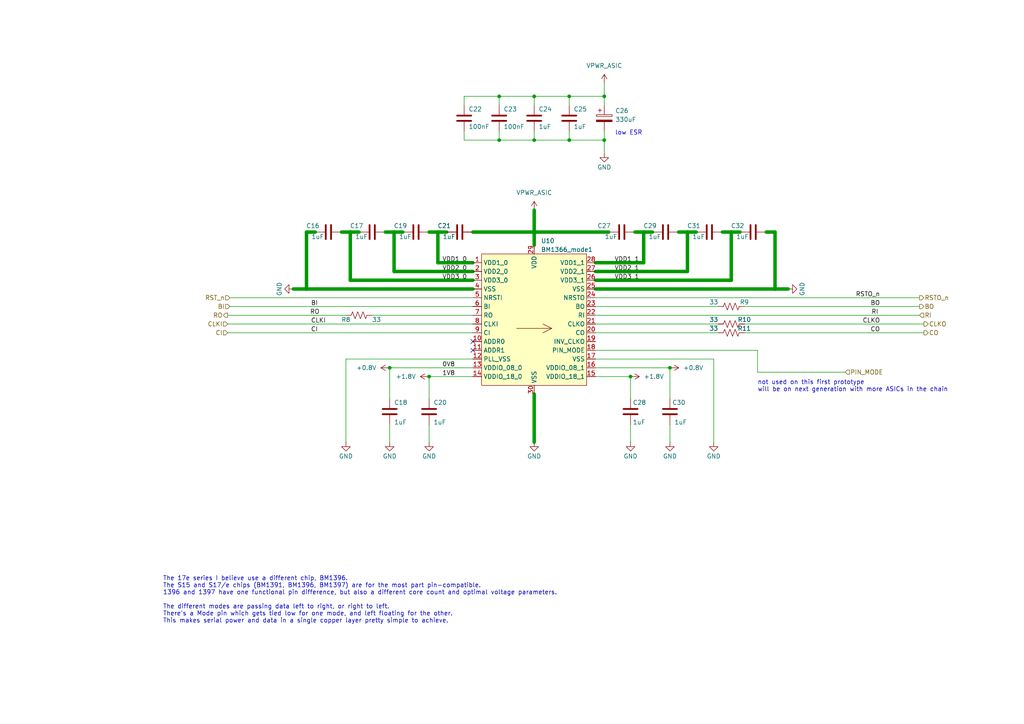
<source format=kicad_sch>
(kicad_sch (version 20231120) (generator "eeschema") (generator_version "8.0")
  (paper "A4")
  (lib_symbols
    (symbol "Device:C" (pin_numbers hide) (pin_names (offset 0.254))
      (property "Reference" "C" (at 0.635 2.54 0))
      (property "Value" "C" (at 0.635 -2.54 0))
      (symbol "C_0_1"
        (polyline (pts (xy -2.032 -0.762) (xy 2.032 -0.762)) (stroke (width 0.508)))
        (polyline (pts (xy -2.032 0.762) (xy 2.032 0.762)) (stroke (width 0.508)))
      )
      (symbol "C_1_1"
        (pin passive line (at 0 3.81 270) (length 2.794) (name "~") (number "1"))
        (pin passive line (at 0 -3.81 90) (length 2.794) (name "~") (number "2"))
      )
    )
    (symbol "Device:C_Polarized" (pin_numbers hide) (pin_names (offset 0.254))
      (property "Reference" "C" (at 0.635 2.54 0))
      (property "Value" "C_Polarized" (at 0.635 -2.54 0))
      (symbol "C_Polarized_0_1"
        (rectangle (start -2.286 0.508) (end 2.286 1.016))
        (polyline (pts (xy -1.778 2.286) (xy -0.762 2.286)))
        (polyline (pts (xy -1.27 2.794) (xy -1.27 1.778)))
        (rectangle (start 2.286 -0.508) (end -2.286 -1.016) (fill (type outline)))
      )
      (symbol "C_Polarized_1_1"
        (pin passive line (at 0 3.81 270) (length 2.794) (name "~") (number "1"))
        (pin passive line (at 0 -3.81 90) (length 2.794) (name "~") (number "2"))
      )
    )
    (symbol "Device:R_US" (pin_numbers hide) (pin_names (offset 0))
      (property "Reference" "R" (at 2.54 0 90))
      (property "Value" "R_US" (at -2.54 0 90))
      (symbol "R_US_0_1"
        (polyline (pts (xy 0 -2.286) (xy 0 -2.54)))
        (polyline (pts (xy 0 2.286) (xy 0 2.54)))
        (polyline (pts (xy 0 -0.762) (xy 1.016 -1.143) (xy 0 -1.524) (xy -1.016 -1.905) (xy 0 -2.286)))
        (polyline (pts (xy 0 0.762) (xy 1.016 0.381) (xy 0 0) (xy -1.016 -0.381) (xy 0 -0.762)))
        (polyline (pts (xy 0 2.286) (xy 1.016 1.905) (xy 0 1.524) (xy -1.016 1.143) (xy 0 0.762)))
      )
      (symbol "R_US_1_1"
        (pin passive line (at 0 3.81 270) (length 1.27) (name "~") (number "1"))
        (pin passive line (at 0 -3.81 90) (length 1.27) (name "~") (number "2"))
      )
    )
    (symbol "bitaxe:BM1366_mode1"
      (property "Reference" "U14" (at 1.9559 24.13 0))
      (property "Value" "BM1366_mode1" (at 1.9559 21.59 0))
      (symbol "BM1366_mode1_0_1"
        (rectangle (start -15.24 20.32) (end 15.24 -17.78) (fill (type background)))
        (polyline (pts (xy 5.08 -1.27) (xy -5.08 -1.27)))
        (polyline (pts (xy 5.08 -1.27) (xy 2.54 -2.54)))
        (polyline (pts (xy 5.08 -1.27) (xy 2.54 0)))
      )
      (symbol "BM1366_mode1_1_1"
        (pin power_in line (at -17.78 17.78 0) (length 2.54) (name "VDD1_0") (number "1"))
        (pin input line (at -17.78 -5.08 0) (length 2.54) (name "ADDR0") (number "10"))
        (pin input line (at -17.78 -7.62 0) (length 2.54) (name "ADDR1") (number "11"))
        (pin power_in line (at -17.78 -10.16 0) (length 2.54) (name "PLL_VSS") (number "12"))
        (pin power_in line (at -17.78 -12.7 0) (length 2.54) (name "VDDIO_08_0") (number "13"))
        (pin power_in line (at -17.78 -15.24 0) (length 2.54) (name "VDDIO_18_0") (number "14"))
        (pin power_in line (at 17.78 -15.24 180) (length 2.54) (name "VDDIO_18_1") (number "15"))
        (pin power_in line (at 17.78 -12.7 180) (length 2.54) (name "VDDIO_08_1") (number "16"))
        (pin power_in line (at 17.78 -10.16 180) (length 2.54) (name "VSS") (number "17"))
        (pin input line (at 17.78 -7.62 180) (length 2.54) (name "PIN_MODE") (number "18"))
        (pin output line (at 17.78 -5.08 180) (length 2.54) (name "INV_CLKO") (number "19"))
        (pin power_in line (at -17.78 15.24 0) (length 2.54) (name "VDD2_0") (number "2"))
        (pin output line (at 17.78 -2.54 180) (length 2.54) (name "CO") (number "20"))
        (pin output line (at 17.78 0 180) (length 2.54) (name "CLKO") (number "21"))
        (pin input line (at 17.78 2.54 180) (length 2.54) (name "RI") (number "22"))
        (pin output line (at 17.78 5.08 180) (length 2.54) (name "BO") (number "23"))
        (pin output line (at 17.78 7.62 180) (length 2.54) (name "NRSTO") (number "24"))
        (pin power_in line (at 17.78 10.16 180) (length 2.54) (name "VSS") (number "25"))
        (pin power_in line (at 17.78 12.7 180) (length 2.54) (name "VDD3_1") (number "26"))
        (pin power_in line (at 17.78 15.24 180) (length 2.54) (name "VDD2_1") (number "27"))
        (pin power_in line (at 17.78 17.78 180) (length 2.54) (name "VDD1_1") (number "28"))
        (pin power_in line (at 0 22.86 270) (length 2.54) (name "VDD") (number "29"))
        (pin power_in line (at -17.78 12.7 0) (length 2.54) (name "VDD3_0") (number "3"))
        (pin power_in line (at 0 -20.32 90) (length 2.54) (name "VSS") (number "30"))
        (pin power_in line (at -17.78 10.16 0) (length 2.54) (name "VSS") (number "4"))
        (pin input line (at -17.78 7.62 0) (length 2.54) (name "NRSTI") (number "5"))
        (pin input line (at -17.78 5.08 0) (length 2.54) (name "BI") (number "6"))
        (pin output line (at -17.78 2.54 0) (length 2.54) (name "RO") (number "7"))
        (pin input line (at -17.78 0 0) (length 2.54) (name "CLKI") (number "8"))
        (pin input line (at -17.78 -2.54 0) (length 2.54) (name "CI") (number "9"))
      )
    )
    (symbol "power:GND" (power) (pin_numbers hide) (pin_names (offset 0) hide)
      (property "Value" "GND" (at 0 -3.81 0))
      (symbol "GND_0_1"
        (polyline (pts (xy 0 0) (xy 0 -1.27) (xy 1.27 -1.27) (xy 0 -2.54) (xy -1.27 -1.27) (xy 0 -1.27)))
      )
      (symbol "GND_1_1"
        (pin power_in line (at 0 0 270) (length 0) (name "~") (number "1"))
      )
    )
    (symbol "power:VDD" (power) (pin_numbers hide) (pin_names (offset 0) hide)
      (property "Value" "VDD" (at 0 3.556 0))
      (symbol "VDD_0_1"
        (polyline (pts (xy -0.762 1.27) (xy 0 2.54)))
        (polyline (pts (xy 0 0) (xy 0 2.54)))
        (polyline (pts (xy 0 2.54) (xy 0.762 1.27)))
      )
      (symbol "VDD_1_1"
        (pin power_in line (at 0 0 90) (length 0) (name "~") (number "1"))
      )
    )
  )
  (junction (at 113.03 106.68))
  (junction (at 154.94 40.64) (diameter 0.9144))
  (junction (at 165.1 40.64))
  (junction (at 165.1 27.94))
  (junction (at 175.26 27.94))
  (junction (at 154.94 67.31))
  (junction (at 144.78 40.64) (diameter 0.9144))
  (junction (at 114.3 67.31))
  (junction (at 224.79 83.82))
  (junction (at 212.09 67.31))
  (junction (at 175.26 40.64))
  (junction (at 182.88 109.22))
  (junction (at 124.46 109.22))
  (junction (at 194.31 106.68))
  (junction (at 154.94 27.94) (diameter 0.9144))
  (junction (at 101.6 67.31))
  (junction (at 144.78 27.94) (diameter 0.9144))
  (junction (at 186.69 67.31))
  (junction (at 127 67.31))
  (junction (at 199.39 67.31))
  (junction (at 88.9 83.82))
  (no_connect (at 137.16 99.06))
  (no_connect (at 137.16 101.6))
  (wire (pts (xy 172.72 101.6) (xy 219.71 101.6)))
  (wire (pts (xy 172.72 78.74) (xy 199.39 78.74)) (stroke (width 1)))
  (wire (pts (xy 172.72 91.44) (xy 266.7 91.44)))
  (wire (pts (xy 172.72 81.28) (xy 212.09 81.28)) (stroke (width 1)))
  (wire (pts (xy 175.26 44.45) (xy 175.26 40.64)))
  (wire (pts (xy 224.79 83.82) (xy 224.79 67.31)) (stroke (width 1)))
  (wire (pts (xy 224.79 67.31) (xy 222.25 67.31)) (stroke (width 1)))
  (wire (pts (xy 172.72 106.68) (xy 194.31 106.68)))
  (wire (pts (xy 144.78 30.48) (xy 144.78 27.94)))
  (wire (pts (xy 194.31 106.68) (xy 194.31 115.57)))
  (wire (pts (xy 186.69 76.2) (xy 186.69 67.31)) (stroke (width 1)))
  (wire (pts (xy 184.15 67.31) (xy 186.69 67.31)) (stroke (width 1)))
  (wire (pts (xy 88.9 83.82) (xy 88.9 67.31)) (stroke (width 1)))
  (wire (pts (xy 224.79 83.82) (xy 228.6 83.82)) (stroke (width 1)))
  (wire (pts (xy 196.85 67.31) (xy 199.39 67.31)) (stroke (width 1)))
  (wire (pts (xy 165.1 30.48) (xy 165.1 27.94)))
  (wire (pts (xy 172.72 76.2) (xy 186.69 76.2)) (stroke (width 1)))
  (wire (pts (xy 172.72 96.52) (xy 208.28 96.52)))
  (wire (pts (xy 66.04 96.52) (xy 137.16 96.52)))
  (wire (pts (xy 172.72 83.82) (xy 224.79 83.82)) (stroke (width 1)))
  (wire (pts (xy 172.72 109.22) (xy 182.88 109.22)))
  (wire (pts (xy 215.9 88.9) (xy 266.7 88.9)))
  (wire (pts (xy 113.03 106.68) (xy 137.16 106.68)))
  (wire (pts (xy 182.88 123.19) (xy 182.88 128.27)))
  (wire (pts (xy 107.95 91.44) (xy 137.16 91.44)))
  (wire (pts (xy 199.39 78.74) (xy 199.39 67.31)) (stroke (width 1)))
  (wire (pts (xy 66.04 93.98) (xy 137.16 93.98)))
  (wire (pts (xy 114.3 67.31) (xy 116.84 67.31)))
  (wire (pts (xy 182.88 109.22) (xy 182.88 115.57)))
  (wire (pts (xy 175.26 38.1) (xy 175.26 40.64)))
  (wire (pts (xy 114.3 67.31) (xy 116.84 67.31)) (stroke (width 1)))
  (wire (pts (xy 154.94 27.94) (xy 165.1 27.94)))
  (wire (pts (xy 124.46 123.19) (xy 124.46 128.27)))
  (wire (pts (xy 111.76 67.31) (xy 114.3 67.31)) (stroke (width 1)))
  (wire (pts (xy 137.16 67.31) (xy 154.94 67.31)) (stroke (width 1)))
  (wire (pts (xy 144.78 40.64) (xy 154.94 40.64)))
  (wire (pts (xy 194.31 123.19) (xy 194.31 128.27)))
  (wire (pts (xy 127 76.2) (xy 137.16 76.2)) (stroke (width 1)))
  (wire (pts (xy 127 67.31) (xy 125.73 67.31)))
  (wire (pts (xy 172.72 104.14) (xy 207.01 104.14)))
  (wire (pts (xy 101.6 67.31) (xy 104.14 67.31)) (stroke (width 1)))
  (wire (pts (xy 199.39 67.31) (xy 201.93 67.31)) (stroke (width 1)))
  (wire (pts (xy 209.55 67.31) (xy 212.09 67.31)) (stroke (width 1)))
  (wire (pts (xy 186.69 67.31) (xy 189.23 67.31)) (stroke (width 1)))
  (wire (pts (xy 172.72 88.9) (xy 208.28 88.9)))
  (wire (pts (xy 165.1 40.64) (xy 175.26 40.64)))
  (wire (pts (xy 219.71 107.95) (xy 245.11 107.95)))
  (wire (pts (xy 215.9 93.98) (xy 267.97 93.98)))
  (wire (pts (xy 66.675 86.36) (xy 137.16 86.36)))
  (wire (pts (xy 144.78 38.1) (xy 144.78 40.64)))
  (wire (pts (xy 137.16 104.14) (xy 100.33 104.14)))
  (wire (pts (xy 114.3 78.74) (xy 137.16 78.74)) (stroke (width 1)))
  (wire (pts (xy 144.78 27.94) (xy 154.94 27.94)))
  (wire (pts (xy 66.675 88.9) (xy 137.16 88.9)))
  (wire (pts (xy 66.04 91.44) (xy 100.33 91.44)))
  (wire (pts (xy 154.94 67.31) (xy 154.94 71.12)) (stroke (width 1)))
  (wire (pts (xy 100.33 104.14) (xy 100.33 128.27)))
  (wire (pts (xy 134.62 38.1) (xy 134.62 40.64)))
  (wire (pts (xy 212.09 67.31) (xy 214.63 67.31)) (stroke (width 1)))
  (wire (pts (xy 154.94 30.48) (xy 154.94 27.94)))
  (wire (pts (xy 154.94 60.96) (xy 154.94 67.31)) (stroke (width 1)))
  (wire (pts (xy 113.03 106.68) (xy 113.03 115.57)))
  (wire (pts (xy 127 67.31) (xy 127 76.2)) (stroke (width 1)))
  (wire (pts (xy 101.6 81.28) (xy 137.16 81.28)) (stroke (width 1)))
  (wire (pts (xy 124.46 109.22) (xy 137.16 109.22)))
  (wire (pts (xy 134.62 30.48) (xy 134.62 27.94)))
  (wire (pts (xy 88.9 67.31) (xy 91.44 67.31)) (stroke (width 1)))
  (wire (pts (xy 113.03 123.19) (xy 113.03 128.27)))
  (wire (pts (xy 165.1 38.1) (xy 165.1 40.64)))
  (wire (pts (xy 88.9 83.82) (xy 137.16 83.82)) (stroke (width 1)))
  (wire (pts (xy 175.26 30.48) (xy 175.26 27.94)))
  (wire (pts (xy 124.46 67.31) (xy 127 67.31)) (stroke (width 1)))
  (wire (pts (xy 154.94 114.3) (xy 154.94 128.27)) (stroke (width 1)))
  (wire (pts (xy 212.09 81.28) (xy 212.09 67.31)) (stroke (width 1)))
  (wire (pts (xy 172.72 86.36) (xy 266.7 86.36)))
  (wire (pts (xy 101.6 81.28) (xy 101.6 67.31)) (stroke (width 1)))
  (wire (pts (xy 175.26 24.13) (xy 175.26 27.94)))
  (wire (pts (xy 114.3 78.74) (xy 114.3 67.31)) (stroke (width 1)))
  (wire (pts (xy 154.94 67.31) (xy 176.53 67.31)) (stroke (width 1)))
  (wire (pts (xy 154.94 38.1) (xy 154.94 40.64)))
  (wire (pts (xy 134.62 27.94) (xy 144.78 27.94)))
  (wire (pts (xy 207.01 104.14) (xy 207.01 128.27)))
  (wire (pts (xy 165.1 27.94) (xy 175.26 27.94)))
  (wire (pts (xy 99.06 67.31) (xy 101.6 67.31)) (stroke (width 1)))
  (wire (pts (xy 172.72 93.98) (xy 208.28 93.98)))
  (wire (pts (xy 165.1 40.64) (xy 154.94 40.64)))
  (wire (pts (xy 219.71 101.6) (xy 219.71 107.95)))
  (wire (pts (xy 215.9 96.52) (xy 267.97 96.52)))
  (wire (pts (xy 127 67.31) (xy 129.54 67.31)) (stroke (width 1)))
  (wire (pts (xy 144.78 40.64) (xy 134.62 40.64)))
  (wire (pts (xy 85.09 83.82) (xy 88.9 83.82)) (stroke (width 1)))
  (wire (pts (xy 124.46 109.22) (xy 124.46 115.57)))
  (wire (pts (xy 101.6 67.31) (xy 102.87 67.31)))
  (text "low ESR" (at 182.372 38.608 0) (effects (font (size 1.27 1.27))))
  (text "not used on this first prototype\nwill be on next generation with more ASICs in the chain" (at 219.71 112.014 0) (effects (font (size 1.27 1.27)) (justify left)))
  (text "The 17e series I believe use a different chip, BM1396. \nThe S15 and S17/e chips (BM1391, BM1396, BM1397) are for the most part pin-compatible. \n1396 and 1397 have one functional pin difference, but also a different core count and optimal voltage parameters.\n\nThe different modes are passing data left to right, or right to left. \nThere's a Mode pin which gets tied low for one mode, and left floating for the other. \nThis makes serial power and data in a single copper layer pretty simple to achieve." (at 47.244 173.99 0) (effects (font (size 1.27 1.27)) (justify left)))
  (label "BI" (at 90.17 88.9 0))
  (label "RSTO_n" (at 255.27 86.36 180))
  (label "BO" (at 255.27 88.9 180))
  (label "CLKO" (at 255.27 93.98 180))
  (label "CO" (at 255.27 96.52 180))
  (label "CLKI" (at 90.17 93.98 0))
  (label "CI" (at 90.17 96.52 0))
  (label "RI" (at 252.73 91.44 0))
  (label "VDD3_1" (at 185.42 81.28 180))
  (label "VDD1_0" (at 128.27 76.2 0))
  (label "0V8" (at 128.27 106.68 0))
  (label "1V8" (at 128.27 109.22 0))
  (label "VDD2_0" (at 128.27 78.74 0))
  (label "VDD2_1" (at 185.42 78.74 180))
  (label "VDD1_1" (at 185.42 76.2 180))
  (label "RO" (at 92.71 91.44 180))
  (label "VDD3_0" (at 128.27 81.28 0))
  (hierarchical_label "RST_n" (shape input) (at 66.675 86.36 180))
  (hierarchical_label "CLKO" (shape output) (at 267.97 93.98 0))
  (hierarchical_label "CLKI" (shape input) (at 66.04 93.98 180))
  (hierarchical_label "CI" (shape input) (at 66.04 96.52 180))
  (hierarchical_label "CO" (shape output) (at 267.97 96.52 0))
  (hierarchical_label "RSTO_n" (shape output) (at 266.7 86.36 0))
  (hierarchical_label "PIN_MODE" (shape input) (at 245.11 107.95 0))
  (hierarchical_label "BO" (shape output) (at 266.7 88.9 0))
  (hierarchical_label "RO" (shape output) (at 66.04 91.44 180))
  (hierarchical_label "RI" (shape input) (at 266.7 91.44 0))
  (hierarchical_label "BI" (shape input) (at 66.675 88.9 180))
  (symbol (lib_id "Device:R_US") (at 212.09 93.98 90) (unit 1)
    (property "Reference" "R10" (at 215.9 92.71 90))
    (property "Value" "33" (at 207.01 92.71 90))
    (property "Footprint" "Resistor_SMD:R_0402_1005Metric" (effects (hide yes)))
    (property "DK" "311-33.0LRCT-ND" (effects (hide yes)))
    (property "PARTNO" "RC0402FR-0733RL" (effects (hide yes)))
    (instances (project "EKO_Miner_BM1366-13xx_16-01A" (path "" (reference "R10") (unit 1)) (path "" (reference "R14") (unit 1)) (path "" (reference "R18") (unit 1)) (path "" (reference "R22") (unit 1)) (path "" (reference "R26") (unit 1)) (path "" (reference "R34") (unit 1)) (path "" (reference "R38") (unit 1)) (path "" (reference "R79") (unit 1)) (path "" (reference "R83") (unit 1)) (path "" (reference "R87") (unit 1)) (path "" (reference "R91") (unit 1)) (path "" (reference "R95") (unit 1)) (path "" (reference "R103") (unit 1)) (path "" (reference "R107") (unit 1)) (path "" (reference "R30") (unit 1)) (path "" (reference "R99") (unit 1))))
  )
  (symbol (lib_id "power:VDD") (at 194.31 106.68 270) (unit 1)
    (property "Reference" "#PWR0122" (effects (hide yes)))
    (property "Value" "+0.8V" (at 198.12 106.6801 90) (effects (justify left)))
    (property "Description" "Power symbol creates a global label with name \"VDD\"" (effects (hide yes)))
    (instances (project "EKO_Miner_BM1366-13xx_16-01A" (path "" (reference "#PWR0122") (unit 1)) (path "" (reference "#PWR0138") (unit 1)) (path "" (reference "#PWR0154") (unit 1)) (path "" (reference "#PWR0170") (unit 1)) (path "" (reference "#PWR0186") (unit 1)) (path "" (reference "#PWR0218") (unit 1)) (path "" (reference "#PWR0317") (unit 1)) (path "" (reference "#PWR0334") (unit 1)) (path "" (reference "#PWR0204") (unit 1)) (path "" (reference "#PWR0370") (unit 1)) (path "" (reference "#PWR0388") (unit 1)) (path "" (reference "#PWR0406") (unit 1)) (path "" (reference "#PWR0443") (unit 1)) (path "" (reference "#PWR0465") (unit 1)) (path "" (reference "#PWR0352") (unit 1)) (path "" (reference "#PWR0106") (unit 1))))
  )
  (symbol (lib_id "power:VDD") (at 182.88 109.22 270) (unit 1)
    (property "Reference" "#PWR0120" (effects (hide yes)))
    (property "Value" "+1.8V" (at 186.69 109.2201 90) (effects (justify left)))
    (property "Description" "Power symbol creates a global label with name \"VDD\"" (effects (hide yes)))
    (instances (project "EKO_Miner_BM1366-13xx_16-01A" (path "" (reference "#PWR0120") (unit 1)) (path "" (reference "#PWR0136") (unit 1)) (path "" (reference "#PWR0152") (unit 1)) (path "" (reference "#PWR0168") (unit 1)) (path "" (reference "#PWR0184") (unit 1)) (path "" (reference "#PWR0216") (unit 1)) (path "" (reference "#PWR0315") (unit 1)) (path "" (reference "#PWR0331") (unit 1)) (path "" (reference "#PWR0203") (unit 1)) (path "" (reference "#PWR0368") (unit 1)) (path "" (reference "#PWR0386") (unit 1)) (path "" (reference "#PWR0404") (unit 1)) (path "" (reference "#PWR0441") (unit 1)) (path "" (reference "#PWR0459") (unit 1)) (path "" (reference "#PWR0350") (unit 1)) (path "" (reference "#PWR0105") (unit 1))))
  )
  (symbol (lib_id "Device:C") (at 144.78 34.29 0) (unit 1)
    (property "Reference" "C23" (at 146.05 32.385 0) (effects (justify left bottom)))
    (property "Value" "100nF" (at 146.05 37.465 0) (effects (justify left bottom)))
    (property "Footprint" "Capacitor_SMD:C_0402_1005Metric" (effects (hide yes)))
    (property "DK" "1292-1639-1-ND" (effects (hide yes)))
    (property "PARTNO" "0402X104K100CT" (effects (hide yes)))
    (instances (project "EKO_Miner_BM1366-13xx_16-01A" (path "" (reference "C23") (unit 1)) (path "" (reference "C40") (unit 1)) (path "" (reference "C57") (unit 1)) (path "" (reference "C74") (unit 1)) (path "" (reference "C91") (unit 1)) (path "" (reference "C125") (unit 1)) (path "" (reference "C142") (unit 1)) (path "" (reference "C234") (unit 1)) (path "" (reference "C251") (unit 1)) (path "" (reference "C268") (unit 1)) (path "" (reference "C285") (unit 1)) (path "" (reference "C302") (unit 1)) (path "" (reference "C336") (unit 1)) (path "" (reference "C353") (unit 1)) (path "" (reference "C108") (unit 1)) (path "" (reference "C319") (unit 1))))
  )
  (symbol (lib_id "Device:C") (at 107.95 67.31 90) (unit 1)
    (property "Reference" "C17" (at 105.41 64.77 90) (effects (justify left bottom)))
    (property "Value" "1uF" (at 106.68 67.945 90) (effects (justify left bottom)))
    (property "Footprint" "Capacitor_SMD:C_0402_1005Metric" (effects (hide yes)))
    (property "DK" "587-5514-1-ND" (effects (hide yes)))
    (property "PARTNO" "EMK105BJ105MV-F" (effects (hide yes)))
    (instances (project "EKO_Miner_BM1366-13xx_16-01A" (path "" (reference "C17") (unit 1)) (path "" (reference "C34") (unit 1)) (path "" (reference "C51") (unit 1)) (path "" (reference "C68") (unit 1)) (path "" (reference "C85") (unit 1)) (path "" (reference "C119") (unit 1)) (path "" (reference "C136") (unit 1)) (path "" (reference "C228") (unit 1)) (path "" (reference "C245") (unit 1)) (path "" (reference "C262") (unit 1)) (path "" (reference "C279") (unit 1)) (path "" (reference "C296") (unit 1)) (path "" (reference "C330") (unit 1)) (path "" (reference "C347") (unit 1)) (path "" (reference "C102") (unit 1)) (path "" (reference "C313") (unit 1))))
  )
  (symbol (lib_id "Device:R_US") (at 212.09 96.52 90) (unit 1)
    (property "Reference" "R11" (at 215.9 95.25 90))
    (property "Value" "33" (at 207.01 95.25 90))
    (property "Footprint" "Resistor_SMD:R_0402_1005Metric" (effects (hide yes)))
    (property "DK" "311-33.0LRCT-ND" (effects (hide yes)))
    (property "PARTNO" "RC0402FR-0733RL" (effects (hide yes)))
    (instances (project "EKO_Miner_BM1366-13xx_16-01A" (path "" (reference "R11") (unit 1)) (path "" (reference "R15") (unit 1)) (path "" (reference "R19") (unit 1)) (path "" (reference "R23") (unit 1)) (path "" (reference "R27") (unit 1)) (path "" (reference "R35") (unit 1)) (path "" (reference "R39") (unit 1)) (path "" (reference "R80") (unit 1)) (path "" (reference "R84") (unit 1)) (path "" (reference "R88") (unit 1)) (path "" (reference "R92") (unit 1)) (path "" (reference "R96") (unit 1)) (path "" (reference "R104") (unit 1)) (path "" (reference "R108") (unit 1)) (path "" (reference "R31") (unit 1)) (path "" (reference "R100") (unit 1))))
  )
  (symbol (lib_id "Device:C") (at 113.03 119.38 0) (unit 1)
    (property "Reference" "C18" (at 114.3 117.475 0) (effects (justify left bottom)))
    (property "Value" "1uF" (at 114.3 123.19 0) (effects (justify left bottom)))
    (property "Footprint" "Capacitor_SMD:C_0402_1005Metric" (effects (hide yes)))
    (property "DK" "587-5514-1-ND" (effects (hide yes)))
    (property "PARTNO" "EMK105BJ105MV-F" (effects (hide yes)))
    (instances (project "EKO_Miner_BM1366-13xx_16-01A" (path "" (reference "C18") (unit 1)) (path "" (reference "C35") (unit 1)) (path "" (reference "C52") (unit 1)) (path "" (reference "C69") (unit 1)) (path "" (reference "C86") (unit 1)) (path "" (reference "C120") (unit 1)) (path "" (reference "C137") (unit 1)) (path "" (reference "C229") (unit 1)) (path "" (reference "C246") (unit 1)) (path "" (reference "C263") (unit 1)) (path "" (reference "C280") (unit 1)) (path "" (reference "C297") (unit 1)) (path "" (reference "C331") (unit 1)) (path "" (reference "C348") (unit 1)) (path "" (reference "C103") (unit 1)) (path "" (reference "C314") (unit 1))))
  )
  (symbol (lib_id "power:GND") (at 182.88 128.27 0) (unit 1)
    (property "Reference" "#PWR0121" (effects (hide yes)))
    (property "Value" "GND" (at 182.88 132.334 0))
    (property "Description" "Power symbol creates a global label with name \"GND\" , ground" (effects (hide yes)))
    (instances (project "EKO_Miner_BM1366-13xx_16-01A" (path "" (reference "#PWR0121") (unit 1)) (path "" (reference "#PWR0137") (unit 1)) (path "" (reference "#PWR0153") (unit 1)) (path "" (reference "#PWR0169") (unit 1)) (path "" (reference "#PWR0185") (unit 1)) (path "" (reference "#PWR0217") (unit 1)) (path "" (reference "#PWR0316") (unit 1)) (path "" (reference "#PWR0332") (unit 1)) (path "" (reference "#PWR0411") (unit 1)) (path "" (reference "#PWR0369") (unit 1)) (path "" (reference "#PWR0387") (unit 1)) (path "" (reference "#PWR0405") (unit 1)) (path "" (reference "#PWR0442") (unit 1)) (path "" (reference "#PWR0463") (unit 1)) (path "" (reference "#PWR0351") (unit 1)) (path "" (reference "#PWR0191") (unit 1))))
  )
  (symbol (lib_id "Device:C") (at 205.74 67.31 90) (unit 1)
    (property "Reference" "C31" (at 203.2 64.77 90) (effects (justify left bottom)))
    (property "Value" "1uF" (at 204.47 67.945 90) (effects (justify left bottom)))
    (property "Footprint" "Capacitor_SMD:C_0402_1005Metric" (effects (hide yes)))
    (property "DK" "587-5514-1-ND" (effects (hide yes)))
    (property "PARTNO" "EMK105BJ105MV-F" (effects (hide yes)))
    (instances (project "EKO_Miner_BM1366-13xx_16-01A" (path "" (reference "C31") (unit 1)) (path "" (reference "C48") (unit 1)) (path "" (reference "C65") (unit 1)) (path "" (reference "C82") (unit 1)) (path "" (reference "C99") (unit 1)) (path "" (reference "C133") (unit 1)) (path "" (reference "C225") (unit 1)) (path "" (reference "C242") (unit 1)) (path "" (reference "C259") (unit 1)) (path "" (reference "C276") (unit 1)) (path "" (reference "C293") (unit 1)) (path "" (reference "C310") (unit 1)) (path "" (reference "C344") (unit 1)) (path "" (reference "C361") (unit 1)) (path "" (reference "C116") (unit 1)) (path "" (reference "C327") (unit 1))))
  )
  (symbol (lib_id "Device:C") (at 120.65 67.31 90) (unit 1)
    (property "Reference" "C19" (at 118.11 64.77 90) (effects (justify left bottom)))
    (property "Value" "1uF" (at 119.38 67.945 90) (effects (justify left bottom)))
    (property "Footprint" "Capacitor_SMD:C_0402_1005Metric" (effects (hide yes)))
    (property "DK" "587-5514-1-ND" (effects (hide yes)))
    (property "PARTNO" "EMK105BJ105MV-F" (effects (hide yes)))
    (instances (project "EKO_Miner_BM1366-13xx_16-01A" (path "" (reference "C19") (unit 1)) (path "" (reference "C36") (unit 1)) (path "" (reference "C53") (unit 1)) (path "" (reference "C70") (unit 1)) (path "" (reference "C87") (unit 1)) (path "" (reference "C121") (unit 1)) (path "" (reference "C138") (unit 1)) (path "" (reference "C230") (unit 1)) (path "" (reference "C247") (unit 1)) (path "" (reference "C264") (unit 1)) (path "" (reference "C281") (unit 1)) (path "" (reference "C298") (unit 1)) (path "" (reference "C332") (unit 1)) (path "" (reference "C349") (unit 1)) (path "" (reference "C104") (unit 1)) (path "" (reference "C315") (unit 1))))
  )
  (symbol (lib_id "Device:C") (at 218.44 67.31 90) (unit 1)
    (property "Reference" "C32" (at 215.9 64.77 90) (effects (justify left bottom)))
    (property "Value" "1uF" (at 217.17 67.945 90) (effects (justify left bottom)))
    (property "Footprint" "Capacitor_SMD:C_0402_1005Metric" (effects (hide yes)))
    (property "DK" "587-5514-1-ND" (effects (hide yes)))
    (property "PARTNO" "EMK105BJ105MV-F" (effects (hide yes)))
    (instances (project "EKO_Miner_BM1366-13xx_16-01A" (path "" (reference "C32") (unit 1)) (path "" (reference "C49") (unit 1)) (path "" (reference "C66") (unit 1)) (path "" (reference "C83") (unit 1)) (path "" (reference "C100") (unit 1)) (path "" (reference "C134") (unit 1)) (path "" (reference "C226") (unit 1)) (path "" (reference "C243") (unit 1)) (path "" (reference "C260") (unit 1)) (path "" (reference "C277") (unit 1)) (path "" (reference "C294") (unit 1)) (path "" (reference "C311") (unit 1)) (path "" (reference "C345") (unit 1)) (path "" (reference "C362") (unit 1)) (path "" (reference "C117") (unit 1)) (path "" (reference "C328") (unit 1))))
  )
  (symbol (lib_id "power:VDD") (at 175.26 24.13 0) (unit 1)
    (property "Reference" "#PWR0118" (effects (hide yes)))
    (property "Value" "VPWR_ASIC" (at 175.26 19.05 0))
    (property "Description" "Power symbol creates a global label with name \"VDD\"" (effects (hide yes)))
    (instances (project "EKO_Miner_BM1366-13xx_16-01A" (path "" (reference "#PWR0118") (unit 1)) (path "" (reference "#PWR0134") (unit 1)) (path "" (reference "#PWR0150") (unit 1)) (path "" (reference "#PWR0166") (unit 1)) (path "" (reference "#PWR0182") (unit 1)) (path "" (reference "#PWR0214") (unit 1)) (path "" (reference "#PWR0313") (unit 1)) (path "" (reference "#PWR0329") (unit 1)) (path "" (reference "#PWR0199") (unit 1)) (path "" (reference "#PWR0366") (unit 1)) (path "" (reference "#PWR0384") (unit 1)) (path "" (reference "#PWR0402") (unit 1)) (path "" (reference "#PWR0439") (unit 1)) (path "" (reference "#PWR0457") (unit 1)) (path "" (reference "#PWR0346") (unit 1)) (path "" (reference "#PWR0101") (unit 1))))
  )
  (symbol (lib_id "power:GND") (at 100.33 128.27 0) (unit 1)
    (property "Reference" "#PWR0111" (effects (hide yes)))
    (property "Value" "GND" (at 100.33 132.334 0))
    (property "Description" "Power symbol creates a global label with name \"GND\" , ground" (effects (hide yes)))
    (instances (project "EKO_Miner_BM1366-13xx_16-01A" (path "" (reference "#PWR0111") (unit 1)) (path "" (reference "#PWR0127") (unit 1)) (path "" (reference "#PWR0143") (unit 1)) (path "" (reference "#PWR0159") (unit 1)) (path "" (reference "#PWR0175") (unit 1)) (path "" (reference "#PWR0207") (unit 1)) (path "" (reference "#PWR0223") (unit 1)) (path "" (reference "#PWR0322") (unit 1)) (path "" (reference "#PWR0416") (unit 1)) (path "" (reference "#PWR0357") (unit 1)) (path "" (reference "#PWR0375") (unit 1)) (path "" (reference "#PWR0393") (unit 1)) (path "" (reference "#PWR0431") (unit 1)) (path "" (reference "#PWR0450") (unit 1)) (path "" (reference "#PWR0339") (unit 1)) (path "" (reference "#PWR0194") (unit 1))))
  )
  (symbol (lib_id "power:GND") (at 154.94 128.27 0) (unit 1)
    (property "Reference" "#PWR0117" (effects (hide yes)))
    (property "Value" "GND" (at 154.94 132.334 0))
    (property "Description" "Power symbol creates a global label with name \"GND\" , ground" (effects (hide yes)))
    (instances (project "EKO_Miner_BM1366-13xx_16-01A" (path "" (reference "#PWR0117") (unit 1)) (path "" (reference "#PWR0133") (unit 1)) (path "" (reference "#PWR0149") (unit 1)) (path "" (reference "#PWR0165") (unit 1)) (path "" (reference "#PWR0181") (unit 1)) (path "" (reference "#PWR0213") (unit 1)) (path "" (reference "#PWR0312") (unit 1)) (path "" (reference "#PWR0328") (unit 1)) (path "" (reference "#PWR0414") (unit 1)) (path "" (reference "#PWR0363") (unit 1)) (path "" (reference "#PWR0383") (unit 1)) (path "" (reference "#PWR0401") (unit 1)) (path "" (reference "#PWR0437") (unit 1)) (path "" (reference "#PWR0456") (unit 1)) (path "" (reference "#PWR0345") (unit 1)) (path "" (reference "#PWR0192") (unit 1))))
  )
  (symbol (lib_id "power:GND") (at 228.6 83.82 90) (unit 1)
    (property "Reference" "#PWR0125" (effects (hide yes)))
    (property "Value" "GND" (at 232.664 83.82 0))
    (property "Description" "Power symbol creates a global label with name \"GND\" , ground" (effects (hide yes)))
    (instances (project "EKO_Miner_BM1366-13xx_16-01A" (path "" (reference "#PWR0125") (unit 1)) (path "" (reference "#PWR0141") (unit 1)) (path "" (reference "#PWR0157") (unit 1)) (path "" (reference "#PWR0173") (unit 1)) (path "" (reference "#PWR0189") (unit 1)) (path "" (reference "#PWR0221") (unit 1)) (path "" (reference "#PWR0320") (unit 1)) (path "" (reference "#PWR0337") (unit 1)) (path "" (reference "#PWR0420") (unit 1)) (path "" (reference "#PWR0373") (unit 1)) (path "" (reference "#PWR0391") (unit 1)) (path "" (reference "#PWR0409") (unit 1)) (path "" (reference "#PWR0448") (unit 1)) (path "" (reference "#PWR0468") (unit 1)) (path "" (reference "#PWR0355") (unit 1)) (path "" (reference "#PWR0198") (unit 1))))
  )
  (symbol (lib_id "Device:C") (at 134.62 34.29 0) (unit 1)
    (property "Reference" "C22" (at 135.89 32.385 0) (effects (justify left bottom)))
    (property "Value" "100nF" (at 135.89 37.465 0) (effects (justify left bottom)))
    (property "Footprint" "Capacitor_SMD:C_0402_1005Metric" (effects (hide yes)))
    (property "DK" "1292-1639-1-ND" (effects (hide yes)))
    (property "PARTNO" "0402X104K100CT" (effects (hide yes)))
    (instances (project "EKO_Miner_BM1366-13xx_16-01A" (path "" (reference "C22") (unit 1)) (path "" (reference "C39") (unit 1)) (path "" (reference "C56") (unit 1)) (path "" (reference "C73") (unit 1)) (path "" (reference "C90") (unit 1)) (path "" (reference "C124") (unit 1)) (path "" (reference "C141") (unit 1)) (path "" (reference "C233") (unit 1)) (path "" (reference "C250") (unit 1)) (path "" (reference "C267") (unit 1)) (path "" (reference "C284") (unit 1)) (path "" (reference "C301") (unit 1)) (path "" (reference "C335") (unit 1)) (path "" (reference "C352") (unit 1)) (path "" (reference "C107") (unit 1)) (path "" (reference "C318") (unit 1))))
  )
  (symbol (lib_id "power:GND") (at 85.09 83.82 270) (unit 1)
    (property "Reference" "#PWR0110" (effects (hide yes)))
    (property "Value" "GND" (at 81.026 83.82 0))
    (property "Description" "Power symbol creates a global label with name \"GND\" , ground" (effects (hide yes)))
    (instances (project "EKO_Miner_BM1366-13xx_16-01A" (path "" (reference "#PWR0110") (unit 1)) (path "" (reference "#PWR0126") (unit 1)) (path "" (reference "#PWR0142") (unit 1)) (path "" (reference "#PWR0158") (unit 1)) (path "" (reference "#PWR0174") (unit 1)) (path "" (reference "#PWR0206") (unit 1)) (path "" (reference "#PWR0222") (unit 1)) (path "" (reference "#PWR0321") (unit 1)) (path "" (reference "#PWR0202") (unit 1)) (path "" (reference "#PWR0356") (unit 1)) (path "" (reference "#PWR0374") (unit 1)) (path "" (reference "#PWR0392") (unit 1)) (path "" (reference "#PWR0430") (unit 1)) (path "" (reference "#PWR0449") (unit 1)) (path "" (reference "#PWR0338") (unit 1)) (path "" (reference "#PWR0104") (unit 1))))
  )
  (symbol (lib_id "Device:R_US") (at 104.14 91.44 270) (unit 1)
    (property "Reference" "R8" (at 100.33 92.71 90))
    (property "Value" "33" (at 109.22 92.71 90))
    (property "Footprint" "Resistor_SMD:R_0402_1005Metric" (effects (hide yes)))
    (property "DK" "311-33.0LRCT-ND" (effects (hide yes)))
    (property "PARTNO" "RC0402FR-0733RL" (effects (hide yes)))
    (instances (project "EKO_Miner_BM1366-13xx_16-01A" (path "" (reference "R8") (unit 1)) (path "" (reference "R12") (unit 1)) (path "" (reference "R16") (unit 1)) (path "" (reference "R20") (unit 1)) (path "" (reference "R24") (unit 1)) (path "" (reference "R32") (unit 1)) (path "" (reference "R36") (unit 1)) (path "" (reference "R77") (unit 1)) (path "" (reference "R81") (unit 1)) (path "" (reference "R85") (unit 1)) (path "" (reference "R89") (unit 1)) (path "" (reference "R93") (unit 1)) (path "" (reference "R101") (unit 1)) (path "" (reference "R105") (unit 1)) (path "" (reference "R28") (unit 1)) (path "" (reference "R97") (unit 1))))
  )
  (symbol (lib_id "power:VDD") (at 113.03 106.68 90) (unit 1)
    (property "Reference" "#PWR0112" (effects (hide yes)))
    (property "Value" "+0.8V" (at 109.22 106.6799 90) (effects (justify left)))
    (property "Description" "Power symbol creates a global label with name \"VDD\"" (effects (hide yes)))
    (instances (project "EKO_Miner_BM1366-13xx_16-01A" (path "" (reference "#PWR0112") (unit 1)) (path "" (reference "#PWR0128") (unit 1)) (path "" (reference "#PWR0144") (unit 1)) (path "" (reference "#PWR0160") (unit 1)) (path "" (reference "#PWR0176") (unit 1)) (path "" (reference "#PWR0208") (unit 1)) (path "" (reference "#PWR0224") (unit 1)) (path "" (reference "#PWR0323") (unit 1)) (path "" (reference "#PWR0419") (unit 1)) (path "" (reference "#PWR0358") (unit 1)) (path "" (reference "#PWR0376") (unit 1)) (path "" (reference "#PWR0394") (unit 1)) (path "" (reference "#PWR0432") (unit 1)) (path "" (reference "#PWR0451") (unit 1)) (path "" (reference "#PWR0340") (unit 1)) (path "" (reference "#PWR0197") (unit 1))))
  )
  (symbol (lib_id "bitaxe:BM1366_mode1") (at 154.94 93.98 0) (unit 1)
    (property "Reference" "U10" (at 156.8959 69.85 0) (effects (justify left)))
    (property "Value" "BM1366_mode1" (at 156.8959 72.39 0) (effects (justify left)))
    (property "Footprint" "EKO_Miner_ASIClib:BM1366" (effects (hide yes)))
    (instances (project "EKO_Miner_BM1366-13xx_16-01A" (path "" (reference "U10") (unit 1)) (path "" (reference "U11") (unit 1)) (path "" (reference "U12") (unit 1)) (path "" (reference "U13") (unit 1)) (path "" (reference "U14") (unit 1)) (path "" (reference "U23") (unit 1)) (path "" (reference "U24") (unit 1)) (path "" (reference "U25") (unit 1)) (path "" (reference "U26") (unit 1)) (path "" (reference "U27") (unit 1)) (path "" (reference "U28") (unit 1)) (path "" (reference "U29") (unit 1)) (path "" (reference "U31") (unit 1)) (path "" (reference "U32") (unit 1)) (path "" (reference "U15") (unit 1)) (path "" (reference "U30") (unit 1))))
  )
  (symbol (lib_id "Device:R_US") (at 212.09 88.9 90) (unit 1)
    (property "Reference" "R9" (at 215.9 87.63 90))
    (property "Value" "33" (at 207.01 87.63 90))
    (property "Footprint" "Resistor_SMD:R_0402_1005Metric" (effects (hide yes)))
    (property "DK" "311-33.0LRCT-ND" (effects (hide yes)))
    (property "PARTNO" "RC0402FR-0733RL" (effects (hide yes)))
    (instances (project "EKO_Miner_BM1366-13xx_16-01A" (path "" (reference "R9") (unit 1)) (path "" (reference "R13") (unit 1)) (path "" (reference "R17") (unit 1)) (path "" (reference "R21") (unit 1)) (path "" (reference "R25") (unit 1)) (path "" (reference "R33") (unit 1)) (path "" (reference "R37") (unit 1)) (path "" (reference "R78") (unit 1)) (path "" (reference "R82") (unit 1)) (path "" (reference "R86") (unit 1)) (path "" (reference "R90") (unit 1)) (path "" (reference "R94") (unit 1)) (path "" (reference "R102") (unit 1)) (path "" (reference "R106") (unit 1)) (path "" (reference "R29") (unit 1)) (path "" (reference "R98") (unit 1))))
  )
  (symbol (lib_id "power:GND") (at 124.46 128.27 0) (unit 1)
    (property "Reference" "#PWR0115" (effects (hide yes)))
    (property "Value" "GND" (at 124.46 132.334 0))
    (property "Description" "Power symbol creates a global label with name \"GND\" , ground" (effects (hide yes)))
    (instances (project "EKO_Miner_BM1366-13xx_16-01A" (path "" (reference "#PWR0115") (unit 1)) (path "" (reference "#PWR0131") (unit 1)) (path "" (reference "#PWR0147") (unit 1)) (path "" (reference "#PWR0163") (unit 1)) (path "" (reference "#PWR0179") (unit 1)) (path "" (reference "#PWR0211") (unit 1)) (path "" (reference "#PWR0227") (unit 1)) (path "" (reference "#PWR0326") (unit 1)) (path "" (reference "#PWR0417") (unit 1)) (path "" (reference "#PWR0361") (unit 1)) (path "" (reference "#PWR0379") (unit 1)) (path "" (reference "#PWR0399") (unit 1)) (path "" (reference "#PWR0435") (unit 1)) (path "" (reference "#PWR0454") (unit 1)) (path "" (reference "#PWR0343") (unit 1)) (path "" (reference "#PWR0195") (unit 1))))
  )
  (symbol (lib_id "Device:C") (at 133.35 67.31 90) (unit 1)
    (property "Reference" "C21" (at 130.81 64.77 90) (effects (justify left bottom)))
    (property "Value" "1uF" (at 132.08 67.945 90) (effects (justify left bottom)))
    (property "Footprint" "Capacitor_SMD:C_0402_1005Metric" (effects (hide yes)))
    (property "DK" "587-5514-1-ND" (effects (hide yes)))
    (property "PARTNO" "EMK105BJ105MV-F" (effects (hide yes)))
    (instances (project "EKO_Miner_BM1366-13xx_16-01A" (path "" (reference "C21") (unit 1)) (path "" (reference "C38") (unit 1)) (path "" (reference "C55") (unit 1)) (path "" (reference "C72") (unit 1)) (path "" (reference "C89") (unit 1)) (path "" (reference "C123") (unit 1)) (path "" (reference "C140") (unit 1)) (path "" (reference "C232") (unit 1)) (path "" (reference "C249") (unit 1)) (path "" (reference "C266") (unit 1)) (path "" (reference "C283") (unit 1)) (path "" (reference "C300") (unit 1)) (path "" (reference "C334") (unit 1)) (path "" (reference "C351") (unit 1)) (path "" (reference "C106") (unit 1)) (path "" (reference "C317") (unit 1))))
  )
  (symbol (lib_id "power:GND") (at 194.31 128.27 0) (unit 1)
    (property "Reference" "#PWR0123" (effects (hide yes)))
    (property "Value" "GND" (at 194.31 132.334 0))
    (property "Description" "Power symbol creates a global label with name \"GND\" , ground" (effects (hide yes)))
    (instances (project "EKO_Miner_BM1366-13xx_16-01A" (path "" (reference "#PWR0123") (unit 1)) (path "" (reference "#PWR0139") (unit 1)) (path "" (reference "#PWR0155") (unit 1)) (path "" (reference "#PWR0171") (unit 1)) (path "" (reference "#PWR0187") (unit 1)) (path "" (reference "#PWR0219") (unit 1)) (path "" (reference "#PWR0318") (unit 1)) (path "" (reference "#PWR0335") (unit 1)) (path "" (reference "#PWR0410") (unit 1)) (path "" (reference "#PWR0371") (unit 1)) (path "" (reference "#PWR0389") (unit 1)) (path "" (reference "#PWR0407") (unit 1)) (path "" (reference "#PWR0446") (unit 1)) (path "" (reference "#PWR0466") (unit 1)) (path "" (reference "#PWR0353") (unit 1)) (path "" (reference "#PWR0190") (unit 1))))
  )
  (symbol (lib_id "Device:C") (at 182.88 119.38 0) (unit 1)
    (property "Reference" "C28" (at 183.515 117.475 0) (effects (justify left bottom)))
    (property "Value" "1uF" (at 183.515 123.19 0) (effects (justify left bottom)))
    (property "Footprint" "Capacitor_SMD:C_0402_1005Metric" (effects (hide yes)))
    (property "DK" "587-5514-1-ND" (effects (hide yes)))
    (property "PARTNO" "EMK105BJ105MV-F" (effects (hide yes)))
    (instances (project "EKO_Miner_BM1366-13xx_16-01A" (path "" (reference "C28") (unit 1)) (path "" (reference "C45") (unit 1)) (path "" (reference "C62") (unit 1)) (path "" (reference "C79") (unit 1)) (path "" (reference "C96") (unit 1)) (path "" (reference "C130") (unit 1)) (path "" (reference "C147") (unit 1)) (path "" (reference "C239") (unit 1)) (path "" (reference "C256") (unit 1)) (path "" (reference "C273") (unit 1)) (path "" (reference "C290") (unit 1)) (path "" (reference "C307") (unit 1)) (path "" (reference "C341") (unit 1)) (path "" (reference "C358") (unit 1)) (path "" (reference "C113") (unit 1)) (path "" (reference "C324") (unit 1))))
  )
  (symbol (lib_id "power:GND") (at 113.03 128.27 0) (unit 1)
    (property "Reference" "#PWR0113" (effects (hide yes)))
    (property "Value" "GND" (at 113.03 132.334 0))
    (property "Description" "Power symbol creates a global label with name \"GND\" , ground" (effects (hide yes)))
    (instances (project "EKO_Miner_BM1366-13xx_16-01A" (path "" (reference "#PWR0113") (unit 1)) (path "" (reference "#PWR0129") (unit 1)) (path "" (reference "#PWR0145") (unit 1)) (path "" (reference "#PWR0161") (unit 1)) (path "" (reference "#PWR0177") (unit 1)) (path "" (reference "#PWR0209") (unit 1)) (path "" (reference "#PWR0225") (unit 1)) (path "" (reference "#PWR0324") (unit 1)) (path "" (reference "#PWR0418") (unit 1)) (path "" (reference "#PWR0359") (unit 1)) (path "" (reference "#PWR0377") (unit 1)) (path "" (reference "#PWR0395") (unit 1)) (path "" (reference "#PWR0433") (unit 1)) (path "" (reference "#PWR0452") (unit 1)) (path "" (reference "#PWR0341") (unit 1)) (path "" (reference "#PWR0196") (unit 1))))
  )
  (symbol (lib_id "Device:C_Polarized") (at 175.26 34.29 0) (unit 1)
    (property "Reference" "C26" (at 178.435 32.1309 0) (effects (justify left)))
    (property "Value" "330uF" (at 178.435 34.6709 0) (effects (justify left)))
    (property "Footprint" "Capacitor_Tantalum_SMD:CP_EIA-7343-31_Kemet-D_Pad2.25x2.55mm_HandSolder" (effects (hide yes)))
    (property "DK" "718-1028-1-ND" (effects (hide yes)))
    (property "PARTNO" "293D337X9010E2TE3" (effects (hide yes)))
    (instances (project "EKO_Miner_BM1366-13xx_16-01A" (path "" (reference "C26") (unit 1)) (path "" (reference "C43") (unit 1)) (path "" (reference "C60") (unit 1)) (path "" (reference "C77") (unit 1)) (path "" (reference "C94") (unit 1)) (path "" (reference "C128") (unit 1)) (path "" (reference "C145") (unit 1)) (path "" (reference "C237") (unit 1)) (path "" (reference "C254") (unit 1)) (path "" (reference "C271") (unit 1)) (path "" (reference "C288") (unit 1)) (path "" (reference "C305") (unit 1)) (path "" (reference "C339") (unit 1)) (path "" (reference "C356") (unit 1)) (path "" (reference "C111") (unit 1)) (path "" (reference "C322") (unit 1))))
  )
  (symbol (lib_id "Device:C") (at 95.25 67.31 90) (unit 1)
    (property "Reference" "C16" (at 92.71 64.77 90) (effects (justify left bottom)))
    (property "Value" "1uF" (at 93.98 67.945 90) (effects (justify left bottom)))
    (property "Footprint" "Capacitor_SMD:C_0402_1005Metric" (effects (hide yes)))
    (property "DK" "587-5514-1-ND" (effects (hide yes)))
    (property "PARTNO" "EMK105BJ105MV-F" (effects (hide yes)))
    (instances (project "EKO_Miner_BM1366-13xx_16-01A" (path "" (reference "C16") (unit 1)) (path "" (reference "C33") (unit 1)) (path "" (reference "C50") (unit 1)) (path "" (reference "C67") (unit 1)) (path "" (reference "C84") (unit 1)) (path "" (reference "C118") (unit 1)) (path "" (reference "C135") (unit 1)) (path "" (reference "C227") (unit 1)) (path "" (reference "C244") (unit 1)) (path "" (reference "C261") (unit 1)) (path "" (reference "C278") (unit 1)) (path "" (reference "C295") (unit 1)) (path "" (reference "C329") (unit 1)) (path "" (reference "C346") (unit 1)) (path "" (reference "C101") (unit 1)) (path "" (reference "C312") (unit 1))))
  )
  (symbol (lib_id "Device:C") (at 180.34 67.31 90) (unit 1)
    (property "Reference" "C27" (at 177.165 64.77 90) (effects (justify left bottom)))
    (property "Value" "1uF" (at 179.07 67.945 90) (effects (justify left bottom)))
    (property "Footprint" "Capacitor_SMD:C_0402_1005Metric" (effects (hide yes)))
    (property "DK" "587-5514-1-ND" (effects (hide yes)))
    (property "PARTNO" "EMK105BJ105MV-F" (effects (hide yes)))
    (instances (project "EKO_Miner_BM1366-13xx_16-01A" (path "" (reference "C27") (unit 1)) (path "" (reference "C44") (unit 1)) (path "" (reference "C61") (unit 1)) (path "" (reference "C78") (unit 1)) (path "" (reference "C95") (unit 1)) (path "" (reference "C129") (unit 1)) (path "" (reference "C146") (unit 1)) (path "" (reference "C238") (unit 1)) (path "" (reference "C255") (unit 1)) (path "" (reference "C272") (unit 1)) (path "" (reference "C289") (unit 1)) (path "" (reference "C306") (unit 1)) (path "" (reference "C340") (unit 1)) (path "" (reference "C357") (unit 1)) (path "" (reference "C112") (unit 1)) (path "" (reference "C323") (unit 1))))
  )
  (symbol (lib_id "power:GND") (at 207.01 128.27 0) (unit 1)
    (property "Reference" "#PWR0124" (effects (hide yes)))
    (property "Value" "GND" (at 207.01 132.334 0))
    (property "Description" "Power symbol creates a global label with name \"GND\" , ground" (effects (hide yes)))
    (instances (project "EKO_Miner_BM1366-13xx_16-01A" (path "" (reference "#PWR0124") (unit 1)) (path "" (reference "#PWR0140") (unit 1)) (path "" (reference "#PWR0156") (unit 1)) (path "" (reference "#PWR0172") (unit 1)) (path "" (reference "#PWR0188") (unit 1)) (path "" (reference "#PWR0220") (unit 1)) (path "" (reference "#PWR0319") (unit 1)) (path "" (reference "#PWR0336") (unit 1)) (path "" (reference "#PWR0205") (unit 1)) (path "" (reference "#PWR0372") (unit 1)) (path "" (reference "#PWR0390") (unit 1)) (path "" (reference "#PWR0408") (unit 1)) (path "" (reference "#PWR0447") (unit 1)) (path "" (reference "#PWR0467") (unit 1)) (path "" (reference "#PWR0354") (unit 1)) (path "" (reference "#PWR0107") (unit 1))))
  )
  (symbol (lib_id "Device:C") (at 194.31 119.38 0) (unit 1)
    (property "Reference" "C30" (at 194.945 117.475 0) (effects (justify left bottom)))
    (property "Value" "1uF" (at 195.58 123.19 0) (effects (justify left bottom)))
    (property "Footprint" "Capacitor_SMD:C_0402_1005Metric" (effects (hide yes)))
    (property "DK" "587-5514-1-ND" (effects (hide yes)))
    (property "PARTNO" "EMK105BJ105MV-F" (effects (hide yes)))
    (instances (project "EKO_Miner_BM1366-13xx_16-01A" (path "" (reference "C30") (unit 1)) (path "" (reference "C47") (unit 1)) (path "" (reference "C64") (unit 1)) (path "" (reference "C81") (unit 1)) (path "" (reference "C98") (unit 1)) (path "" (reference "C132") (unit 1)) (path "" (reference "C224") (unit 1)) (path "" (reference "C241") (unit 1)) (path "" (reference "C258") (unit 1)) (path "" (reference "C275") (unit 1)) (path "" (reference "C292") (unit 1)) (path "" (reference "C309") (unit 1)) (path "" (reference "C343") (unit 1)) (path "" (reference "C360") (unit 1)) (path "" (reference "C115") (unit 1)) (path "" (reference "C326") (unit 1))))
  )
  (symbol (lib_id "power:VDD") (at 154.94 60.96 0) (unit 1)
    (property "Reference" "#PWR0116" (effects (hide yes)))
    (property "Value" "VPWR_ASIC" (at 154.94 55.88 0))
    (property "Description" "Power symbol creates a global label with name \"VDD\"" (effects (hide yes)))
    (instances (project "EKO_Miner_BM1366-13xx_16-01A" (path "" (reference "#PWR0116") (unit 1)) (path "" (reference "#PWR0132") (unit 1)) (path "" (reference "#PWR0148") (unit 1)) (path "" (reference "#PWR0164") (unit 1)) (path "" (reference "#PWR0180") (unit 1)) (path "" (reference "#PWR0212") (unit 1)) (path "" (reference "#PWR0228") (unit 1)) (path "" (reference "#PWR0327") (unit 1)) (path "" (reference "#PWR0201") (unit 1)) (path "" (reference "#PWR0362") (unit 1)) (path "" (reference "#PWR0382") (unit 1)) (path "" (reference "#PWR0400") (unit 1)) (path "" (reference "#PWR0436") (unit 1)) (path "" (reference "#PWR0455") (unit 1)) (path "" (reference "#PWR0344") (unit 1)) (path "" (reference "#PWR0103") (unit 1))))
  )
  (symbol (lib_id "power:VDD") (at 124.46 109.22 90) (unit 1)
    (property "Reference" "#PWR0114" (effects (hide yes)))
    (property "Value" "+1.8V" (at 120.65 109.2199 90) (effects (justify left)))
    (property "Description" "Power symbol creates a global label with name \"VDD\"" (effects (hide yes)))
    (instances (project "EKO_Miner_BM1366-13xx_16-01A" (path "" (reference "#PWR0114") (unit 1)) (path "" (reference "#PWR0130") (unit 1)) (path "" (reference "#PWR0146") (unit 1)) (path "" (reference "#PWR0162") (unit 1)) (path "" (reference "#PWR0178") (unit 1)) (path "" (reference "#PWR0210") (unit 1)) (path "" (reference "#PWR0226") (unit 1)) (path "" (reference "#PWR0325") (unit 1)) (path "" (reference "#PWR0415") (unit 1)) (path "" (reference "#PWR0360") (unit 1)) (path "" (reference "#PWR0378") (unit 1)) (path "" (reference "#PWR0398") (unit 1)) (path "" (reference "#PWR0434") (unit 1)) (path "" (reference "#PWR0453") (unit 1)) (path "" (reference "#PWR0342") (unit 1)) (path "" (reference "#PWR0193") (unit 1))))
  )
  (symbol (lib_id "Device:C") (at 154.94 34.29 0) (unit 1)
    (property "Reference" "C24" (at 156.21 32.385 0) (effects (justify left bottom)))
    (property "Value" "1uF" (at 156.21 37.465 0) (effects (justify left bottom)))
    (property "Footprint" "Capacitor_SMD:C_0402_1005Metric" (effects (hide yes)))
    (property "DK" "587-5514-1-ND" (effects (hide yes)))
    (property "PARTNO" "EMK105BJ105MV-F" (effects (hide yes)))
    (instances (project "EKO_Miner_BM1366-13xx_16-01A" (path "" (reference "C24") (unit 1)) (path "" (reference "C41") (unit 1)) (path "" (reference "C58") (unit 1)) (path "" (reference "C75") (unit 1)) (path "" (reference "C92") (unit 1)) (path "" (reference "C126") (unit 1)) (path "" (reference "C143") (unit 1)) (path "" (reference "C235") (unit 1)) (path "" (reference "C252") (unit 1)) (path "" (reference "C269") (unit 1)) (path "" (reference "C286") (unit 1)) (path "" (reference "C303") (unit 1)) (path "" (reference "C337") (unit 1)) (path "" (reference "C354") (unit 1)) (path "" (reference "C109") (unit 1)) (path "" (reference "C320") (unit 1))))
  )
  (symbol (lib_id "Device:C") (at 165.1 34.29 0) (unit 1)
    (property "Reference" "C25" (at 166.37 32.385 0) (effects (justify left bottom)))
    (property "Value" "1uF" (at 166.37 37.465 0) (effects (justify left bottom)))
    (property "Footprint" "Capacitor_SMD:C_0402_1005Metric" (effects (hide yes)))
    (property "DK" "587-5514-1-ND" (effects (hide yes)))
    (property "PARTNO" "EMK105BJ105MV-F" (effects (hide yes)))
    (instances (project "EKO_Miner_BM1366-13xx_16-01A" (path "" (reference "C25") (unit 1)) (path "" (reference "C42") (unit 1)) (path "" (reference "C59") (unit 1)) (path "" (reference "C76") (unit 1)) (path "" (reference "C93") (unit 1)) (path "" (reference "C127") (unit 1)) (path "" (reference "C144") (unit 1)) (path "" (reference "C236") (unit 1)) (path "" (reference "C253") (unit 1)) (path "" (reference "C270") (unit 1)) (path "" (reference "C287") (unit 1)) (path "" (reference "C304") (unit 1)) (path "" (reference "C338") (unit 1)) (path "" (reference "C355") (unit 1)) (path "" (reference "C110") (unit 1)) (path "" (reference "C321") (unit 1))))
  )
  (symbol (lib_id "power:GND") (at 175.26 44.45 0) (unit 1)
    (property "Reference" "#PWR0119" (effects (hide yes)))
    (property "Value" "GND" (at 175.26 48.514 0))
    (property "Description" "Power symbol creates a global label with name \"GND\" , ground" (effects (hide yes)))
    (instances (project "EKO_Miner_BM1366-13xx_16-01A" (path "" (reference "#PWR0119") (unit 1)) (path "" (reference "#PWR0135") (unit 1)) (path "" (reference "#PWR0151") (unit 1)) (path "" (reference "#PWR0167") (unit 1)) (path "" (reference "#PWR0183") (unit 1)) (path "" (reference "#PWR0215") (unit 1)) (path "" (reference "#PWR0314") (unit 1)) (path "" (reference "#PWR0330") (unit 1)) (path "" (reference "#PWR0200") (unit 1)) (path "" (reference "#PWR0367") (unit 1)) (path "" (reference "#PWR0385") (unit 1)) (path "" (reference "#PWR0403") (unit 1)) (path "" (reference "#PWR0440") (unit 1)) (path "" (reference "#PWR0458") (unit 1)) (path "" (reference "#PWR0347") (unit 1)) (path "" (reference "#PWR0102") (unit 1))))
  )
  (symbol (lib_id "Device:C") (at 124.46 119.38 0) (unit 1)
    (property "Reference" "C20" (at 125.73 117.475 0) (effects (justify left bottom)))
    (property "Value" "1uF" (at 125.73 123.19 0) (effects (justify left bottom)))
    (property "Footprint" "Capacitor_SMD:C_0402_1005Metric" (effects (hide yes)))
    (property "DK" "587-5514-1-ND" (effects (hide yes)))
    (property "PARTNO" "EMK105BJ105MV-F" (effects (hide yes)))
    (instances (project "EKO_Miner_BM1366-13xx_16-01A" (path "" (reference "C20") (unit 1)) (path "" (reference "C37") (unit 1)) (path "" (reference "C54") (unit 1)) (path "" (reference "C71") (unit 1)) (path "" (reference "C88") (unit 1)) (path "" (reference "C122") (unit 1)) (path "" (reference "C139") (unit 1)) (path "" (reference "C231") (unit 1)) (path "" (reference "C248") (unit 1)) (path "" (reference "C265") (unit 1)) (path "" (reference "C282") (unit 1)) (path "" (reference "C299") (unit 1)) (path "" (reference "C333") (unit 1)) (path "" (reference "C350") (unit 1)) (path "" (reference "C105") (unit 1)) (path "" (reference "C316") (unit 1))))
  )
  (symbol (lib_id "Device:C") (at 193.04 67.31 90) (unit 1)
    (property "Reference" "C29" (at 190.5 64.77 90) (effects (justify left bottom)))
    (property "Value" "1uF" (at 191.77 67.945 90) (effects (justify left bottom)))
    (property "Footprint" "Capacitor_SMD:C_0402_1005Metric" (effects (hide yes)))
    (property "DK" "587-5514-1-ND" (effects (hide yes)))
    (property "PARTNO" "EMK105BJ105MV-F" (effects (hide yes)))
    (instances (project "EKO_Miner_BM1366-13xx_16-01A" (path "" (reference "C29") (unit 1)) (path "" (reference "C46") (unit 1)) (path "" (reference "C63") (unit 1)) (path "" (reference "C80") (unit 1)) (path "" (reference "C97") (unit 1)) (path "" (reference "C131") (unit 1)) (path "" (reference "C223") (unit 1)) (path "" (reference "C240") (unit 1)) (path "" (reference "C257") (unit 1)) (path "" (reference "C274") (unit 1)) (path "" (reference "C291") (unit 1)) (path "" (reference "C308") (unit 1)) (path "" (reference "C342") (unit 1)) (path "" (reference "C359") (unit 1)) (path "" (reference "C114") (unit 1)) (path "" (reference "C325") (unit 1))))
  )
)
</source>
